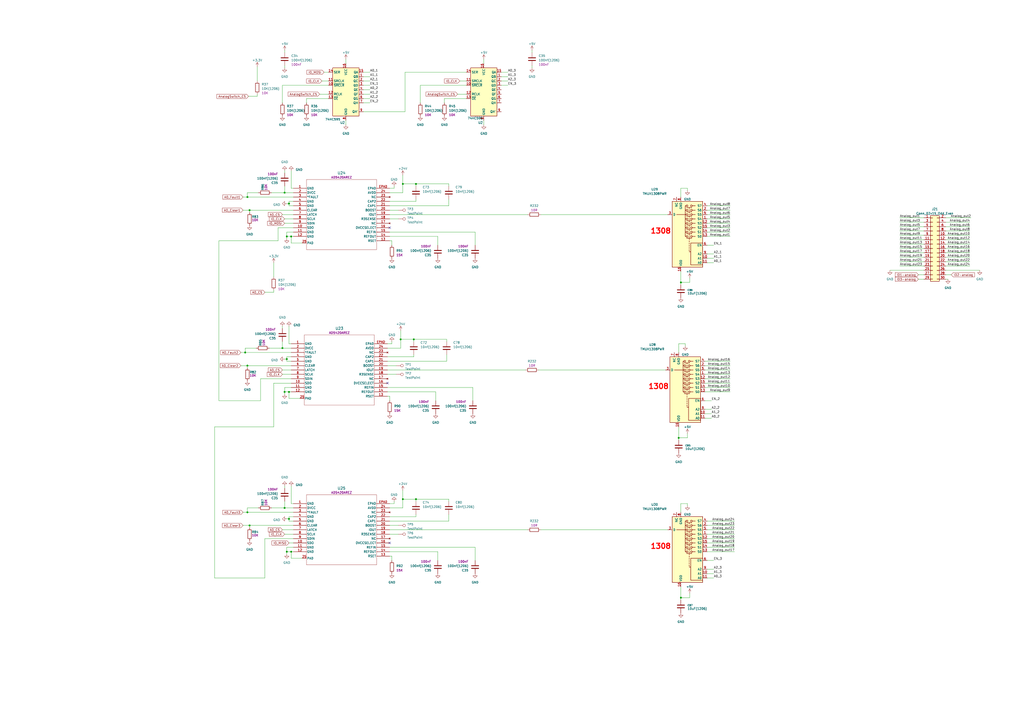
<source format=kicad_sch>
(kicad_sch (version 20230121) (generator eeschema)
  (paper "A2")
  (junction (at 165.1 294.64))
  (junction (at 168.91 320.04))
  (junction (at 144.78 304.8))
  (junction (at 167.64 227.33))
  (junction (at 168.91 137.16))
  (junction (at 167.64 118.11))
  (junction (at 166.37 137.16))
  (junction (at 241.3 289.56))
  (junction (at 240.03 196.85))
  (junction (at 165.1 227.33))
  (junction (at 167.64 300.99))
  (junction (at 163.83 201.93))
  (junction (at 232.41 196.85))
  (junction (at 143.51 297.18))
  (junction (at 233.68 289.56))
  (junction (at 165.1 111.76))
  (junction (at 233.68 106.68))
  (junction (at 143.51 212.09))
  (junction (at 166.37 320.04))
  (junction (at 241.3 106.68))
  (junction (at 393.7 254))
  (junction (at 394.97 163.83))
  (junction (at 143.51 114.3))
  (junction (at 394.97 346.71))
  (junction (at 166.37 208.28))
  (junction (at 144.78 121.92))
  (junction (at 142.24 204.47))
  (no_connect (at 226.06 314.96))
  (no_connect (at 226.06 132.08))
  (no_connect (at 224.79 222.25))
  (wire (pts (xy 241.3 106.68) (xy 233.68 106.68)))
  (wire (pts (xy 275.59 134.62) (xy 226.06 134.62)))
  (wire (pts (xy 548.64 144.145) (xy 562.61 144.145)))
  (wire (pts (xy 163.83 217.17) (xy 168.91 217.17)))
  (wire (pts (xy 408.94 232.41) (xy 412.75 232.41)))
  (wire (pts (xy 157.48 111.76) (xy 165.1 111.76)))
  (wire (pts (xy 254 137.16) (xy 254 142.24)))
  (wire (pts (xy 260.35 302.26) (xy 260.35 298.45)))
  (wire (pts (xy 260.35 290.83) (xy 260.35 289.56)))
  (wire (pts (xy 167.64 189.23) (xy 167.64 199.39)))
  (wire (pts (xy 166.37 208.28) (xy 166.37 207.01)))
  (wire (pts (xy 170.18 302.26) (xy 167.64 302.26)))
  (wire (pts (xy 227.33 198.12) (xy 227.33 199.39)))
  (wire (pts (xy 210.82 52.07) (xy 214.63 52.07)))
  (wire (pts (xy 168.91 227.33) (xy 167.64 227.33)))
  (wire (pts (xy 228.6 292.1) (xy 226.06 292.1)))
  (wire (pts (xy 241.3 289.56) (xy 241.3 290.83)))
  (wire (pts (xy 548.64 139.065) (xy 562.61 139.065)))
  (wire (pts (xy 165.1 224.79) (xy 165.1 227.33)))
  (wire (pts (xy 153.67 335.28) (xy 124.46 335.28)))
  (wire (pts (xy 548.64 141.605) (xy 562.61 141.605)))
  (wire (pts (xy 312.42 214.63) (xy 386.08 214.63)))
  (wire (pts (xy 165.1 100.33) (xy 165.1 99.06)))
  (wire (pts (xy 173.99 231.14) (xy 167.64 231.14)))
  (wire (pts (xy 521.97 128.905) (xy 535.94 128.905)))
  (wire (pts (xy 410.21 330.2) (xy 414.02 330.2)))
  (wire (pts (xy 161.29 132.08) (xy 161.29 139.7)))
  (wire (pts (xy 408.94 219.71) (xy 423.545 219.71)))
  (wire (pts (xy 400.05 346.71) (xy 394.97 346.71)))
  (wire (pts (xy 165.1 107.95) (xy 165.1 111.76)))
  (wire (pts (xy 408.94 209.55) (xy 423.545 209.55)))
  (wire (pts (xy 257.81 57.15) (xy 257.81 59.69)))
  (wire (pts (xy 200.66 34.29) (xy 200.66 36.83)))
  (wire (pts (xy 149.225 55.88) (xy 144.145 55.88)))
  (wire (pts (xy 143.51 297.18) (xy 170.18 297.18)))
  (wire (pts (xy 408.94 242.57) (xy 412.75 242.57)))
  (wire (pts (xy 290.83 41.91) (xy 294.64 41.91)))
  (wire (pts (xy 394.97 163.83) (xy 394.97 157.48)))
  (wire (pts (xy 227.33 199.39) (xy 224.79 199.39)))
  (wire (pts (xy 163.83 307.34) (xy 170.18 307.34)))
  (wire (pts (xy 186.69 46.99) (xy 190.5 46.99)))
  (wire (pts (xy 144.78 121.92) (xy 144.78 123.19)))
  (wire (pts (xy 548.64 136.525) (xy 562.61 136.525)))
  (wire (pts (xy 393.7 255.27) (xy 393.7 254)))
  (wire (pts (xy 143.51 111.76) (xy 143.51 114.3)))
  (wire (pts (xy 398.78 109.22) (xy 394.97 109.22)))
  (wire (pts (xy 410.21 304.8) (xy 426.085 304.8)))
  (wire (pts (xy 143.51 111.76) (xy 149.86 111.76)))
  (wire (pts (xy 200.66 69.85) (xy 200.66 72.39)))
  (wire (pts (xy 168.91 323.85) (xy 168.91 320.04)))
  (wire (pts (xy 170.18 317.5) (xy 166.37 317.5)))
  (wire (pts (xy 410.21 335.28) (xy 414.02 335.28)))
  (wire (pts (xy 163.83 190.5) (xy 163.83 189.23)))
  (wire (pts (xy 167.64 300.99) (xy 166.37 300.99)))
  (wire (pts (xy 170.18 320.04) (xy 168.91 320.04)))
  (wire (pts (xy 410.21 312.42) (xy 426.085 312.42)))
  (wire (pts (xy 139.7 212.09) (xy 143.51 212.09)))
  (wire (pts (xy 224.79 227.33) (xy 252.73 227.33)))
  (wire (pts (xy 165.1 309.88) (xy 170.18 309.88)))
  (wire (pts (xy 532.765 159.385) (xy 535.94 159.385)))
  (wire (pts (xy 240.03 196.85) (xy 240.03 198.12)))
  (wire (pts (xy 397.51 199.39) (xy 393.7 199.39)))
  (wire (pts (xy 153.67 312.42) (xy 170.18 312.42)))
  (wire (pts (xy 232.41 196.85) (xy 232.41 201.93)))
  (wire (pts (xy 168.91 320.04) (xy 166.37 320.04)))
  (wire (pts (xy 410.21 307.34) (xy 426.085 307.34)))
  (wire (pts (xy 410.21 119.38) (xy 423.545 119.38)))
  (wire (pts (xy 210.82 46.99) (xy 214.63 46.99)))
  (wire (pts (xy 158.75 168.275) (xy 158.75 169.545)))
  (wire (pts (xy 190.5 41.91) (xy 187.96 41.91)))
  (wire (pts (xy 241.3 115.57) (xy 241.3 116.84)))
  (wire (pts (xy 168.91 99.06) (xy 168.91 109.22)))
  (wire (pts (xy 233.68 294.64) (xy 226.06 294.64)))
  (wire (pts (xy 210.82 44.45) (xy 214.63 44.45)))
  (wire (pts (xy 163.83 201.93) (xy 168.91 201.93)))
  (wire (pts (xy 124.46 247.65) (xy 158.75 247.65)))
  (wire (pts (xy 408.94 227.33) (xy 423.545 227.33)))
  (wire (pts (xy 274.32 224.79) (xy 224.79 224.79)))
  (wire (pts (xy 175.26 323.85) (xy 168.91 323.85)))
  (wire (pts (xy 149.225 38.735) (xy 149.225 46.99)))
  (wire (pts (xy 241.3 299.72) (xy 226.06 299.72)))
  (wire (pts (xy 290.83 44.45) (xy 294.64 44.45)))
  (wire (pts (xy 233.68 289.56) (xy 233.68 294.64)))
  (wire (pts (xy 548.64 128.905) (xy 562.61 128.905)))
  (wire (pts (xy 224.79 212.09) (xy 229.87 212.09)))
  (wire (pts (xy 548.64 161.925) (xy 549.91 161.925)))
  (wire (pts (xy 168.91 207.01) (xy 166.37 207.01)))
  (wire (pts (xy 240.03 207.01) (xy 224.79 207.01)))
  (wire (pts (xy 521.97 141.605) (xy 535.94 141.605)))
  (wire (pts (xy 548.64 146.685) (xy 562.61 146.685)))
  (wire (pts (xy 252.73 227.33) (xy 252.73 232.41)))
  (wire (pts (xy 410.21 132.08) (xy 423.545 132.08)))
  (wire (pts (xy 548.64 126.365) (xy 563.245 126.365)))
  (wire (pts (xy 165.1 38.1) (xy 165.1 39.37)))
  (wire (pts (xy 170.18 134.62) (xy 166.37 134.62)))
  (wire (pts (xy 408.94 240.03) (xy 412.75 240.03)))
  (wire (pts (xy 224.79 217.17) (xy 229.87 217.17)))
  (wire (pts (xy 398.78 293.37) (xy 398.78 292.1)))
  (wire (pts (xy 226.06 320.04) (xy 254 320.04)))
  (wire (pts (xy 400.05 163.83) (xy 394.97 163.83)))
  (wire (pts (xy 165.1 227.33) (xy 165.1 228.6)))
  (wire (pts (xy 166.37 134.62) (xy 166.37 137.16)))
  (wire (pts (xy 166.37 208.28) (xy 165.1 208.28)))
  (wire (pts (xy 158.75 169.545) (xy 153.67 169.545)))
  (wire (pts (xy 243.84 49.53) (xy 243.84 59.69)))
  (wire (pts (xy 516.255 156.845) (xy 535.94 156.845)))
  (wire (pts (xy 290.83 46.99) (xy 294.64 46.99)))
  (wire (pts (xy 170.18 132.08) (xy 161.29 132.08)))
  (wire (pts (xy 398.78 254) (xy 393.7 254)))
  (wire (pts (xy 521.97 146.685) (xy 535.94 146.685)))
  (wire (pts (xy 151.13 232.41) (xy 151.13 219.71)))
  (wire (pts (xy 166.37 320.04) (xy 166.37 321.31)))
  (wire (pts (xy 233.68 111.76) (xy 226.06 111.76)))
  (wire (pts (xy 161.29 139.7) (xy 127 139.7)))
  (wire (pts (xy 165.1 290.83) (xy 165.1 294.64)))
  (wire (pts (xy 398.78 110.49) (xy 398.78 109.22)))
  (wire (pts (xy 410.21 134.62) (xy 423.545 134.62)))
  (wire (pts (xy 210.82 59.69) (xy 214.63 59.69)))
  (wire (pts (xy 167.64 314.96) (xy 170.18 314.96)))
  (wire (pts (xy 394.97 109.22) (xy 394.97 114.3)))
  (wire (pts (xy 167.64 118.11) (xy 167.64 116.84)))
  (wire (pts (xy 158.75 152.4) (xy 158.75 160.655)))
  (wire (pts (xy 177.8 57.15) (xy 177.8 59.69)))
  (wire (pts (xy 408.94 217.17) (xy 423.545 217.17)))
  (wire (pts (xy 167.64 300.99) (xy 167.64 299.72)))
  (wire (pts (xy 408.94 214.63) (xy 423.545 214.63)))
  (wire (pts (xy 410.21 314.96) (xy 426.085 314.96)))
  (wire (pts (xy 144.78 121.92) (xy 170.18 121.92)))
  (wire (pts (xy 241.3 106.68) (xy 241.3 107.95)))
  (wire (pts (xy 275.59 134.62) (xy 275.59 142.24)))
  (wire (pts (xy 143.51 294.64) (xy 149.86 294.64)))
  (wire (pts (xy 548.64 156.845) (xy 568.325 156.845)))
  (wire (pts (xy 167.64 231.14) (xy 167.64 227.33)))
  (wire (pts (xy 170.18 116.84) (xy 167.64 116.84)))
  (wire (pts (xy 521.97 151.765) (xy 535.94 151.765)))
  (wire (pts (xy 308.61 38.1) (xy 308.61 39.37)))
  (wire (pts (xy 226.06 229.87) (xy 224.79 229.87)))
  (wire (pts (xy 165.1 129.54) (xy 170.18 129.54)))
  (wire (pts (xy 410.21 121.92) (xy 423.545 121.92)))
  (wire (pts (xy 165.1 294.64) (xy 170.18 294.64)))
  (wire (pts (xy 175.26 140.97) (xy 168.91 140.97)))
  (wire (pts (xy 233.68 106.68) (xy 233.68 111.76)))
  (wire (pts (xy 165.1 283.21) (xy 165.1 281.94)))
  (wire (pts (xy 259.08 209.55) (xy 259.08 205.74)))
  (wire (pts (xy 548.64 131.445) (xy 562.61 131.445)))
  (wire (pts (xy 170.18 119.38) (xy 167.64 119.38)))
  (wire (pts (xy 290.83 49.53) (xy 294.64 49.53)))
  (wire (pts (xy 548.64 133.985) (xy 562.61 133.985)))
  (wire (pts (xy 275.59 317.5) (xy 226.06 317.5)))
  (wire (pts (xy 410.21 137.16) (xy 423.545 137.16)))
  (wire (pts (xy 259.08 196.85) (xy 240.03 196.85)))
  (wire (pts (xy 168.91 292.1) (xy 170.18 292.1)))
  (wire (pts (xy 260.35 106.68) (xy 241.3 106.68)))
  (wire (pts (xy 227.33 325.12) (xy 227.33 322.58)))
  (wire (pts (xy 393.7 254) (xy 393.7 247.65)))
  (wire (pts (xy 167.64 199.39) (xy 168.91 199.39)))
  (wire (pts (xy 142.24 201.93) (xy 148.59 201.93)))
  (wire (pts (xy 190.5 57.15) (xy 177.8 57.15)))
  (wire (pts (xy 142.24 201.93) (xy 142.24 204.47)))
  (wire (pts (xy 143.51 212.09) (xy 143.51 213.36)))
  (wire (pts (xy 410.21 127) (xy 423.545 127)))
  (wire (pts (xy 232.41 191.77) (xy 232.41 196.85)))
  (wire (pts (xy 234.95 64.77) (xy 210.82 64.77)))
  (wire (pts (xy 226.06 121.92) (xy 231.14 121.92)))
  (wire (pts (xy 226.06 304.8) (xy 231.14 304.8)))
  (wire (pts (xy 270.51 57.15) (xy 257.81 57.15)))
  (wire (pts (xy 163.83 49.53) (xy 163.83 59.69)))
  (wire (pts (xy 168.91 137.16) (xy 166.37 137.16)))
  (wire (pts (xy 548.64 154.305) (xy 562.61 154.305)))
  (wire (pts (xy 163.83 214.63) (xy 168.91 214.63)))
  (wire (pts (xy 139.7 204.47) (xy 142.24 204.47)))
  (wire (pts (xy 521.97 133.985) (xy 535.94 133.985)))
  (wire (pts (xy 226.06 137.16) (xy 254 137.16)))
  (wire (pts (xy 240.03 196.85) (xy 232.41 196.85)))
  (wire (pts (xy 266.7 46.99) (xy 270.51 46.99)))
  (wire (pts (xy 165.1 111.76) (xy 170.18 111.76)))
  (wire (pts (xy 308.61 29.21) (xy 308.61 30.48)))
  (wire (pts (xy 410.21 317.5) (xy 426.085 317.5)))
  (wire (pts (xy 400.05 161.29) (xy 400.05 163.83)))
  (wire (pts (xy 408.94 222.25) (xy 423.545 222.25)))
  (wire (pts (xy 397.51 200.66) (xy 397.51 199.39)))
  (wire (pts (xy 227.33 139.7) (xy 226.06 139.7)))
  (wire (pts (xy 410.21 332.74) (xy 414.02 332.74)))
  (wire (pts (xy 410.21 320.04) (xy 426.085 320.04)))
  (wire (pts (xy 241.3 289.56) (xy 233.68 289.56)))
  (wire (pts (xy 140.97 297.18) (xy 143.51 297.18)))
  (wire (pts (xy 227.33 322.58) (xy 226.06 322.58)))
  (wire (pts (xy 168.91 209.55) (xy 166.37 209.55)))
  (wire (pts (xy 210.82 57.15) (xy 214.63 57.15)))
  (wire (pts (xy 210.82 49.53) (xy 214.63 49.53)))
  (wire (pts (xy 143.51 114.3) (xy 170.18 114.3)))
  (wire (pts (xy 166.37 209.55) (xy 166.37 208.28)))
  (wire (pts (xy 163.83 49.53) (xy 190.5 49.53)))
  (wire (pts (xy 144.78 304.8) (xy 170.18 304.8)))
  (wire (pts (xy 394.97 347.98) (xy 394.97 346.71)))
  (wire (pts (xy 313.69 307.34) (xy 387.35 307.34)))
  (wire (pts (xy 275.59 317.5) (xy 275.59 325.12)))
  (wire (pts (xy 521.97 131.445) (xy 535.94 131.445)))
  (wire (pts (xy 163.83 124.46) (xy 170.18 124.46)))
  (wire (pts (xy 143.51 294.64) (xy 143.51 297.18)))
  (wire (pts (xy 548.64 159.385) (xy 551.815 159.385)))
  (wire (pts (xy 410.21 147.32) (xy 414.02 147.32)))
  (wire (pts (xy 143.51 212.09) (xy 168.91 212.09)))
  (wire (pts (xy 398.78 292.1) (xy 394.97 292.1)))
  (wire (pts (xy 260.35 289.56) (xy 241.3 289.56)))
  (wire (pts (xy 170.18 137.16) (xy 168.91 137.16)))
  (wire (pts (xy 254 320.04) (xy 254 325.12)))
  (wire (pts (xy 265.43 54.61) (xy 270.51 54.61)))
  (wire (pts (xy 532.765 161.925) (xy 535.94 161.925)))
  (wire (pts (xy 259.08 198.12) (xy 259.08 196.85)))
  (wire (pts (xy 394.97 346.71) (xy 394.97 340.36)))
  (wire (pts (xy 226.06 127) (xy 231.14 127)))
  (wire (pts (xy 163.83 198.12) (xy 163.83 201.93)))
  (wire (pts (xy 228.6 290.83) (xy 228.6 292.1)))
  (wire (pts (xy 410.21 152.4) (xy 414.02 152.4)))
  (wire (pts (xy 260.35 119.38) (xy 260.35 115.57)))
  (wire (pts (xy 408.94 237.49) (xy 412.75 237.49)))
  (wire (pts (xy 400.05 344.17) (xy 400.05 346.71)))
  (wire (pts (xy 241.3 298.45) (xy 241.3 299.72)))
  (wire (pts (xy 142.24 204.47) (xy 168.91 204.47)))
  (wire (pts (xy 165.1 127) (xy 170.18 127)))
  (wire (pts (xy 158.75 222.25) (xy 168.91 222.25)))
  (wire (pts (xy 168.91 140.97) (xy 168.91 137.16)))
  (wire (pts (xy 274.32 224.79) (xy 274.32 232.41)))
  (wire (pts (xy 234.95 41.91) (xy 270.51 41.91)))
  (wire (pts (xy 521.97 136.525) (xy 535.94 136.525)))
  (wire (pts (xy 233.68 101.6) (xy 233.68 106.68)))
  (wire (pts (xy 228.6 109.22) (xy 226.06 109.22)))
  (wire (pts (xy 521.97 139.065) (xy 535.94 139.065)))
  (wire (pts (xy 394.97 165.1) (xy 394.97 163.83)))
  (wire (pts (xy 408.94 224.79) (xy 423.545 224.79)))
  (wire (pts (xy 167.64 227.33) (xy 165.1 227.33)))
  (wire (pts (xy 233.68 284.48) (xy 233.68 289.56)))
  (wire (pts (xy 149.225 54.61) (xy 149.225 55.88)))
  (wire (pts (xy 165.1 29.21) (xy 165.1 30.48)))
  (wire (pts (xy 168.91 109.22) (xy 170.18 109.22)))
  (wire (pts (xy 234.95 41.91) (xy 234.95 64.77)))
  (wire (pts (xy 140.97 121.92) (xy 144.78 121.92)))
  (wire (pts (xy 167.64 302.26) (xy 167.64 300.99)))
  (wire (pts (xy 410.21 129.54) (xy 423.545 129.54)))
  (wire (pts (xy 166.37 137.16) (xy 166.37 138.43)))
  (wire (pts (xy 521.97 144.145) (xy 535.94 144.145)))
  (wire (pts (xy 151.13 219.71) (xy 168.91 219.71)))
  (wire (pts (xy 280.67 69.85) (xy 280.67 72.39)))
  (wire (pts (xy 156.21 201.93) (xy 163.83 201.93)))
  (wire (pts (xy 153.67 312.42) (xy 153.67 335.28)))
  (wire (pts (xy 226.06 119.38) (xy 260.35 119.38)))
  (wire (pts (xy 232.41 201.93) (xy 224.79 201.93)))
  (wire (pts (xy 410.21 325.12) (xy 414.02 325.12)))
  (wire (pts (xy 260.35 107.95) (xy 260.35 106.68)))
  (wire (pts (xy 157.48 294.64) (xy 165.1 294.64)))
  (wire (pts (xy 410.21 149.86) (xy 414.02 149.86)))
  (wire (pts (xy 185.42 54.61) (xy 190.5 54.61)))
  (wire (pts (xy 410.21 142.24) (xy 414.02 142.24)))
  (wire (pts (xy 243.84 49.53) (xy 270.51 49.53)))
  (wire (pts (xy 240.03 205.74) (xy 240.03 207.01)))
  (wire (pts (xy 394.97 292.1) (xy 394.97 297.18)))
  (wire (pts (xy 280.67 34.29) (xy 280.67 36.83)))
  (wire (pts (xy 166.37 317.5) (xy 166.37 320.04)))
  (wire (pts (xy 228.6 107.95) (xy 228.6 109.22)))
  (wire (pts (xy 127 232.41) (xy 151.13 232.41)))
  (wire (pts (xy 226.06 124.46) (xy 306.07 124.46)))
  (wire (pts (xy 127 139.7) (xy 127 232.41)))
  (wire (pts (xy 144.78 304.8) (xy 144.78 306.07)))
  (wire (pts (xy 521.97 126.365) (xy 535.94 126.365)))
  (wire (pts (xy 226.06 309.88) (xy 231.14 309.88)))
  (wire (pts (xy 140.97 114.3) (xy 143.51 114.3)))
  (wire (pts (xy 140.97 304.8) (xy 144.78 304.8)))
  (wire (pts (xy 410.21 124.46) (xy 423.545 124.46)))
  (wire (pts (xy 224.79 209.55) (xy 259.08 209.55)))
  (wire (pts (xy 408.94 212.09) (xy 423.545 212.09)))
  (wire (pts (xy 210.82 54.61) (xy 214.63 54.61)))
  (wire (pts (xy 167.64 119.38) (xy 167.64 118.11)))
  (wire (pts (xy 168.91 224.79) (xy 165.1 224.79)))
  (wire (pts (xy 241.3 116.84) (xy 226.06 116.84)))
  (wire (pts (xy 226.06 232.41) (xy 226.06 229.87)))
  (wire (pts (xy 393.7 199.39) (xy 393.7 204.47)))
  (wire (pts (xy 124.46 335.28) (xy 124.46 247.65)))
  (wire (pts (xy 167.64 118.11) (xy 166.37 118.11)))
  (wire (pts (xy 548.64 149.225) (xy 562.61 149.225)))
  (wire (pts (xy 210.82 41.91) (xy 214.63 41.91)))
  (wire (pts (xy 224.79 214.63) (xy 304.8 214.63)))
  (wire (pts (xy 521.97 154.305) (xy 535.94 154.305)))
  (wire (pts (xy 170.18 299.72) (xy 167.64 299.72)))
  (wire (pts (xy 168.91 281.94) (xy 168.91 292.1)))
  (wire (pts (xy 410.21 302.26) (xy 426.085 302.26)))
  (wire (pts (xy 548.64 151.765) (xy 562.61 151.765)))
  (wire (pts (xy 158.75 247.65) (xy 158.75 222.25)))
  (wire (pts (xy 313.69 124.46) (xy 387.35 124.46)))
  (wire (pts (xy 227.33 142.24) (xy 227.33 139.7)))
  (wire (pts (xy 226.06 307.34) (xy 306.07 307.34)))
  (wire (pts (xy 398.78 251.46) (xy 398.78 254)))
  (wire (pts (xy 226.06 302.26) (xy 260.35 302.26)))
  (wire (pts (xy 410.21 309.88) (xy 426.085 309.88)))
  (wire (pts (xy 521.97 149.225) (xy 535.94 149.225)))
  (text "\n1308" (at 377.19 318.77 0) (effects (font (size 3 3) (thickness 0.6) bold) (justify left bottom)))
  (text "\n1308" (at 377.19 135.89 0) (effects (font (size 3 3) (thickness 0.6) bold) (justify left bottom)))
  (text "\n1308" (at 375.92 226.06 0) (effects (font (size 3 3) (thickness 0.6) bold) (justify left bottom)))
  (label "Analog_out12" (at 423.545 219.71 180))
  (label "Analog_out7" (at 423.545 121.92 180))
  (label "Analog_out3" (at 423.545 132.08 180))
  (label "Analog_out20" (at 562.61 149.225 180))
  (label "Analog_out17" (at 426.085 320.04 180))
  (label "Analog_out9" (at 521.97 136.525 0))
  (label "A0_2" (at 214.63 52.07 0))
  (label "Analog_out11" (at 423.545 222.25 180))
  (label "Analog_out18" (at 562.61 146.685 180))
  (label "A0_1" (at 414.02 152.4 0))
  (label "A1_2" (at 412.75 240.03 0))
  (label "EN_1" (at 414.02 142.24 0))
  (label "A0_2" (at 412.75 242.57 0))
  (label "Analog_out5" (at 423.545 127 180))
  (label "Analog_out5" (at 521.97 131.445 0))
  (label "Analog_out15" (at 423.545 212.09 180))
  (label "Analog_out22" (at 426.085 307.34 180))
  (label "Analog_out18" (at 426.085 317.5 180))
  (label "A0_3" (at 294.64 41.91 0))
  (label "Analog_out1" (at 521.97 126.365 0))
  (label "A1_3" (at 414.02 332.74 0))
  (label "Analog_out16" (at 423.545 209.55 180))
  (label "A0_3" (at 414.02 335.28 0))
  (label "Analog_out10" (at 562.61 136.525 180))
  (label "Analog_out14" (at 562.61 141.605 180))
  (label "Analog_out22" (at 562.61 151.765 180))
  (label "A2_3" (at 414.02 330.2 0))
  (label "Analog_out6" (at 423.545 124.46 180))
  (label "Analog_out17" (at 521.97 146.685 0))
  (label "Analog_out24" (at 562.61 154.305 180))
  (label "EN_3" (at 294.64 49.53 0))
  (label "Analog_out13" (at 423.545 217.17 180))
  (label "Analog_out1" (at 423.545 137.16 180))
  (label "Analog_out14" (at 423.545 214.63 180))
  (label "Analog_out21" (at 426.085 309.88 180))
  (label "Analog_out12" (at 562.61 139.065 180))
  (label "Analog_out11" (at 521.97 139.065 0))
  (label "EN_3" (at 414.02 325.12 0))
  (label "Analog_out21" (at 521.97 151.765 0))
  (label "Analog_out8" (at 423.545 119.38 180))
  (label "A2_1" (at 214.63 46.99 0))
  (label "Analog_out20" (at 426.085 312.42 180))
  (label "Analog_out3" (at 521.97 128.905 0))
  (label "Analog_out2" (at 423.545 134.62 180))
  (label "Analog_out4" (at 562.61 128.905 180))
  (label "A1_3" (at 294.64 44.45 0))
  (label "Analog_out10" (at 423.545 224.79 180))
  (label "Analog_out7" (at 521.97 133.985 0))
  (label "A2_2" (at 214.63 57.15 0))
  (label "A2_1" (at 414.02 147.32 0))
  (label "A2_2" (at 412.75 237.49 0))
  (label "A2_3" (at 294.64 46.99 0))
  (label "Analog_out2" (at 563.245 126.365 180))
  (label "Analog_out13" (at 521.97 141.605 0))
  (label "Analog_out19" (at 426.085 314.96 180))
  (label "Analog_out16" (at 562.61 144.145 180))
  (label "Analog_out6" (at 562.61 131.445 180))
  (label "Analog_out15" (at 521.97 144.145 0))
  (label "A1_2" (at 214.63 54.61 0))
  (label "Analog_out8" (at 562.61 133.985 180))
  (label "Analog_out24" (at 426.085 302.26 180))
  (label "Analog_out23" (at 521.97 154.305 0))
  (label "Analog_out4" (at 423.545 129.54 180))
  (label "Analog_out23" (at 426.085 304.8 180))
  (label "EN_1" (at 214.63 49.53 0))
  (label "EN_2" (at 214.63 59.69 0))
  (label "A1_1" (at 414.02 149.86 0))
  (label "Analog_out9" (at 423.545 227.33 180))
  (label "A1_1" (at 214.63 44.45 0))
  (label "Analog_out19" (at 521.97 149.225 0))
  (label "EN_2" (at 412.75 232.41 0))
  (label "A0_1" (at 214.63 41.91 0))
  (global_label "AO_Clear2" (shape input) (at 139.7 212.09 180) (property "Intersheetrefs" "${INTERSHEET_REFS}" (effects hide)))
  (global_label "IO_MOSI" (shape input) (at 187.96 41.91 180) (property "Intersheetrefs" "${INTERSHEET_REFS}" (effects hide)))
  (global_label "AO_Fault3" (shape input) (at 140.97 297.18 180) (property "Intersheetrefs" "${INTERSHEET_REFS}" (effects hide)))
  (global_label "ID1-analog" (shape input) (at 532.765 159.385 180) (property "Intersheetrefs" "${INTERSHEET_REFS}" (effects hide)))
  (global_label "AO_CS" (shape input) (at 163.83 307.34 180) (property "Intersheetrefs" "${INTERSHEET_REFS}" (effects hide)))
  (global_label "IO_CLK" (shape input) (at 266.7 46.99 180) (property "Intersheetrefs" "${INTERSHEET_REFS}" (effects hide)))
  (global_label "IO_CLK" (shape input) (at 186.69 46.99 180) (property "Intersheetrefs" "${INTERSHEET_REFS}" (effects hide)))
  (global_label "AO_Fault2" (shape input) (at 139.7 204.47 180) (property "Intersheetrefs" "${INTERSHEET_REFS}" (effects hide)))
  (global_label "ID2-analog" (shape input) (at 551.815 159.385 0) (property "Intersheetrefs" "${INTERSHEET_REFS}" (effects hide)))
  (global_label "AnalogSwitch_CS" (shape input) (at 144.145 55.88 180) (property "Intersheetrefs" "${INTERSHEET_REFS}" (effects hide)))
  (global_label "IO_MISO" (shape input) (at 167.64 314.96 180) (property "Intersheetrefs" "${INTERSHEET_REFS}" (effects hide)))
  (global_label "IO_CLK" (shape input) (at 165.1 127 180) (property "Intersheetrefs" "${INTERSHEET_REFS}" (effects hide)))
  (global_label "ID3-analog" (shape input) (at 532.765 161.925 180) (property "Intersheetrefs" "${INTERSHEET_REFS}" (effects hide)))
  (global_label "AO_CS" (shape input) (at 163.83 214.63 180) (property "Intersheetrefs" "${INTERSHEET_REFS}" (effects hide)))
  (global_label "IO_MOSI" (shape input) (at 165.1 129.54 180) (property "Intersheetrefs" "${INTERSHEET_REFS}" (effects hide)))
  (global_label "AO_Clear3" (shape input) (at 140.97 304.8 180) (property "Intersheetrefs" "${INTERSHEET_REFS}" (effects hide)))
  (global_label "AO_Fault1" (shape input) (at 140.97 114.3 180) (property "Intersheetrefs" "${INTERSHEET_REFS}" (effects hide)))
  (global_label "AO_CS" (shape input) (at 153.67 169.545 180) (property "Intersheetrefs" "${INTERSHEET_REFS}" (effects hide)))
  (global_label "IO_CLK" (shape input) (at 163.83 217.17 180) (property "Intersheetrefs" "${INTERSHEET_REFS}" (effects hide)))
  (global_label "AnalogSwitch_CS" (shape input) (at 185.42 54.61 180) (property "Intersheetrefs" "${INTERSHEET_REFS}" (effects hide)))
  (global_label "AO_CS" (shape input) (at 163.83 124.46 180) (property "Intersheetrefs" "${INTERSHEET_REFS}" (effects hide)))
  (global_label "AnalogSwitch_CS" (shape input) (at 265.43 54.61 180) (property "Intersheetrefs" "${INTERSHEET_REFS}" (effects hide)))
  (global_label "AO_Clear1" (shape input) (at 140.97 121.92 180) (property "Intersheetrefs" "${INTERSHEET_REFS}" (effects hide)))
  (global_label "IO_CLK" (shape input) (at 165.1 309.88 180) (property "Intersheetrefs" "${INTERSHEET_REFS}" (effects hide)))
  (symbol (lib_id "power:GND") (at 177.8 67.31 0) (unit 1)
    (property "Reference" "#PWR090" (effects hide))
    (property "Value" "GND" (at 177.8 72.39 0))
    (instances (project "tester" (path "" (reference "#PWR090") (unit 1)) (path "" (reference "#PWR0267") (unit 1))))
  )
  (symbol (lib_id "MLC_K7:10R(1206)") (at 308.61 214.63 90) (unit 1)
    (property "Reference" "R232" (at 308.61 209.55 90))
    (property "Value" "10R(1206)" (effects hide))
    (property "Footprint" "Resistor_SMD:R_1206_3216Metric_Pad1.30x1.75mm_HandSolder" (effects hide))
    (property "Datasheet" "${KIGIT}/Datasheets/RN73R-1840156.pdf" (effects hide))
    (property "MLC Code" "MLCEL12238389" (effects hide))
    (property "Manufacturer" "KOA Speer Electronics, Inc." (effects hide))
    (property "MPN" "RN73R2BTTD10r0F25" (effects hide))
    (property "Main Value" "10R" (at 308.61 212.09 90))
    (instances (project "tester" (path "" (reference "R232") (unit 1)) (path "" (reference "R95") (unit 1))))
  )
  (symbol (lib_name "10K(1206)_1") (lib_id "MLC_K7:10K(1206)") (at 153.67 294.64 90) (unit 1)
    (property "Reference" "R87" (at 152.4 293.37 0) (effects (justify left)))
    (property "Value" "10K(1206)" (effects hide))
    (property "Footprint" "Resistor_SMD:R_1206_3216Metric_Pad1.30x1.75mm_HandSolder" (effects hide))
    (property "Datasheet" "${KIGIT}/Datasheets/RN73R-1840156.pdf" (effects hide))
    (property "MLC Code" "MLCEL12237631" (effects hide))
    (property "Manufacturer" "KOA Speer Electronics, Inc." (effects hide))
    (property "MPN" "RN73R2BTTD1002F25" (effects hide))
    (property "Main Value" "10K" (at 154.305 293.37 0) (effects (justify left)))
    (property "Alternative" "RC1206FR-0710KL (YAGEO)" (effects hide))
  )
  (symbol (lib_id "power:+5V") (at 280.67 34.29 0) (unit 1)
    (property "Reference" "#PWR0102" (effects hide))
    (property "Value" "+5V" (at 280.67 30.48 0))
    (instances (project "tester" (path "" (reference "#PWR0102") (unit 1)) (path "" (reference "#PWR0287") (unit 1))))
  )
  (symbol (lib_id "power:+5V") (at 165.1 29.21 0) (unit 1)
    (property "Reference" "#PWR092" (effects hide))
    (property "Value" "+5V" (at 165.1 25.4 0))
    (instances (project "tester" (path "" (reference "#PWR092") (unit 1)) (path "" (reference "#PWR0254") (unit 1))))
  )
  (symbol (lib_id "power:GND") (at 275.59 149.86 0) (unit 1)
    (property "Reference" "#PWR03" (effects hide))
    (property "Value" "GND" (at 275.59 154.94 0))
    (instances (project "tester" (path "" (reference "#PWR03") (unit 1)) (path "" (reference "#PWR010") (unit 1)) (path "" (reference "#PWR0285") (unit 1))))
  )
  (symbol (lib_id "MLC_K7:100nf(1206)") (at 275.59 328.93 180) (unit 1)
    (property "Reference" "C35" (at 271.78 330.835 0) (effects (justify left)))
    (property "Value" "100nf(1206)" (at 271.78 328.295 0) (effects (justify left)))
    (property "Footprint" "Capacitor_SMD:C_1206_3216Metric_Pad1.33x1.80mm_HandSolder" (effects hide))
    (property "Datasheet" "${KIGIT}/Datasheets/mlcc_automotive_soft_en.pdf" (effects hide))
    (property "MLC Code" "MLCEL12237392" (effects hide))
    (property "Manufacturer" "TDK" (effects hide))
    (property "MPN" "CGA5L2X7R2A104K160AE" (effects hide))
    (property "Main Value" "100nF" (at 271.78 325.755 0) (effects (justify left)))
    (instances (project "tester" (path "" (reference "C35") (unit 1)) (path "" (reference "C83") (unit 1))))
  )
  (symbol (lib_id "power:GND") (at 257.81 67.31 0) (unit 1)
    (property "Reference" "#PWR0101" (effects hide))
    (property "Value" "GND" (at 257.81 72.39 0))
    (instances (project "tester" (path "" (reference "#PWR0101") (unit 1)) (path "" (reference "#PWR0283") (unit 1))))
  )
  (symbol (lib_id "MLC_K7:100nf(1206)") (at 308.61 34.29 0) (unit 1)
    (property "Reference" "C35" (at 312.42 32.385 0) (effects (justify left)))
    (property "Value" "100nf(1206)" (at 312.42 34.925 0) (effects (justify left)))
    (property "Footprint" "Capacitor_SMD:C_1206_3216Metric_Pad1.33x1.80mm_HandSolder" (effects hide))
    (property "Datasheet" "${KIGIT}/Datasheets/mlcc_automotive_soft_en.pdf" (effects hide))
    (property "MLC Code" "MLCEL12237392" (effects hide))
    (property "Manufacturer" "TDK" (effects hide))
    (property "MPN" "CGA5L2X7R2A104K160AE" (effects hide))
    (property "Main Value" "100nF" (at 312.42 37.465 0) (effects (justify left)))
    (instances (project "tester" (path "" (reference "C35") (unit 1)) (path "" (reference "C84") (unit 1))))
  )
  (symbol (lib_id "power:GND") (at 165.1 228.6 0) (unit 1)
    (property "Reference" "#PWR03" (effects hide))
    (property "Value" "GND" (at 165.1 233.68 0))
    (instances (project "tester" (path "" (reference "#PWR03") (unit 1)) (path "" (reference "#PWR010") (unit 1)) (path "" (reference "#PWR0258") (unit 1))))
  )
  (symbol (lib_id "Connector:TestPoint") (at 231.14 309.88 270) (unit 1)
    (property "Reference" "TP6" (at 236.22 309.245 90) (effects (justify left)))
    (property "Value" "TestPoint" (at 236.22 311.785 90) (effects (justify left)))
    (property "Footprint" "TestPoint:TestPoint_THTPad_1.0x1.0mm_Drill0.5mm" (effects hide))
  )
  (symbol (lib_id "MLC_K7:10uF(1206)") (at 394.97 351.79 0) (unit 1)
    (property "Reference" "C87" (at 398.78 351.155 0) (effects (font (size 1 1)) (justify left)))
    (property "Value" "10uF(1206)" (at 398.78 353.06 0) (effects (justify left)))
    (property "Footprint" "Capacitor_SMD:C_1206_3216Metric_Pad1.33x1.80mm_HandSolder" (effects hide))
    (property "Datasheet" "${KIGIT}/Datasheets/mlcc_automotive_soft_en.pdf" (effects hide))
    (property "MLC Code" "MLCEL12238450" (effects hide))
    (property "Package" "smd-1206" (effects hide))
    (property "Manufacturer" "TDK" (effects hide))
    (property "MPN" "CGA5L1X7R1H106K160AE" (effects hide))
  )
  (symbol (lib_id "power:GND") (at 227.33 332.74 0) (unit 1)
    (property "Reference" "#PWR03" (effects hide))
    (property "Value" "GND" (at 227.33 337.82 0))
    (instances (project "tester" (path "" (reference "#PWR03") (unit 1)) (path "" (reference "#PWR010") (unit 1)) (path "" (reference "#PWR0273") (unit 1))))
  )
  (symbol (lib_id "Connector_Generic:Conn_02x15_Odd_Even") (at 541.02 144.145 0) (unit 1)
    (property "Reference" "J21" (at 542.29 121.285 0))
    (property "Value" "Conn_02x15_Odd_Even" (at 542.29 123.825 0))
    (property "Footprint" "Connector_PinHeader_2.54mm:PinHeader_2x15_P2.54mm_Vertical" (effects hide))
  )
  (symbol (lib_id "MLC_K7:100nf(1206)") (at 163.83 194.31 180) (unit 1)
    (property "Reference" "C35" (at 160.02 196.215 0) (effects (justify left)))
    (property "Value" "100nf(1206)" (at 160.02 193.675 0) (effects (justify left)))
    (property "Footprint" "Capacitor_SMD:C_1206_3216Metric_Pad1.33x1.80mm_HandSolder" (effects hide))
    (property "Datasheet" "${KIGIT}/Datasheets/mlcc_automotive_soft_en.pdf" (effects hide))
    (property "MLC Code" "MLCEL12237392" (effects hide))
    (property "Manufacturer" "TDK" (effects hide))
    (property "MPN" "CGA5L2X7R2A104K160AE" (effects hide))
    (property "Main Value" "100nF" (at 160.02 191.135 0) (effects (justify left)))
    (instances (project "tester" (path "" (reference "C35") (unit 1)) (path "" (reference "C68") (unit 1))))
  )
  (symbol (lib_id "MLC:10nf(1206)") (at 260.35 294.64 0) (unit 1)
    (property "Reference" "C80" (at 264.16 291.465 0) (effects (justify left)))
    (property "Value" "10nf(1206)" (at 264.16 294.005 0) (effects (justify left)))
    (property "Footprint" "Capacitor_SMD:C_1206_3216Metric_Pad1.33x1.80mm_HandSolder" (effects hide))
    (property "Datasheet" "${KIGIT}/Datasheets/mlcc_automotive_soft_en.pdf" (effects hide))
    (property "MLC" "MLCEL12237605" (effects hide))
    (property "Package" "smd-1206" (effects hide))
    (property "Manufacturer" "TDK" (effects hide))
    (property "MPN" "CGA5H4X7R2J103K115AE" (effects hide))
  )
  (symbol (lib_id "power:GND") (at 166.37 300.99 270) (unit 1)
    (property "Reference" "#PWR03" (effects hide))
    (property "Value" "GND" (at 162.56 301.625 90) (effects (justify right)))
    (instances (project "tester" (path "" (reference "#PWR03") (unit 1)) (path "" (reference "#PWR010") (unit 1)) (path "" (reference "#PWR0262") (unit 1))))
  )
  (symbol (lib_id "power:GND") (at 167.64 189.23 180) (unit 1)
    (property "Reference" "#PWR03" (effects hide))
    (property "Value" "GND" (at 170.18 188.595 0) (effects (justify right)))
    (instances (project "tester" (path "" (reference "#PWR03") (unit 1)) (path "" (reference "#PWR010") (unit 1)) (path "" (reference "#PWR0264") (unit 1))))
  )
  (symbol (lib_id "power:GND") (at 280.67 72.39 0) (unit 1)
    (property "Reference" "#PWR0104" (effects hide))
    (property "Value" "GND" (at 280.67 77.47 0))
    (instances (project "tester" (path "" (reference "#PWR0104") (unit 1)) (path "" (reference "#PWR0288") (unit 1))))
  )
  (symbol (lib_id "MLC_K7:74HC595") (at 280.67 52.07 0) (unit 1)
    (property "Reference" "U2" (at 280.0859 71.12 0) (effects (justify right)))
    (property "Value" "74HC595" (at 280.0859 68.58 0) (effects (justify right)))
    (property "Footprint" "MLC_K7:SO-16_5.3x10.2mm_P1.27mm" (effects hide))
    (property "Datasheet" "${KIGIT}/Datasheets/74HC595D,118-Nexperia.pdf" (effects hide))
    (property "MLC Code" "MLCEL12239869" (effects hide))
    (property "Manufacturer" "Nexperia" (effects hide))
    (property "MPN" "74HC595D" (effects hide))
    (property "Main Value" "74HC595D" (effects hide))
    (instances (project "tester" (path "" (reference "U2") (unit 1)) (path "" (reference "U13") (unit 1)) (path "" (reference "U27") (unit 1))))
  )
  (symbol (lib_id "power:GND") (at 398.78 110.49 0) (unit 1)
    (property "Reference" "#PWR03" (effects hide))
    (property "Value" "GND" (at 398.78 115.57 0))
    (instances (project "tester" (path "" (reference "#PWR03") (unit 1)) (path "" (reference "#PWR010") (unit 1)) (path "" (reference "#PWR0295") (unit 1))))
  )
  (symbol (lib_id "power:GND") (at 254 149.86 0) (unit 1)
    (property "Reference" "#PWR03" (effects hide))
    (property "Value" "GND" (at 254 154.94 0))
    (instances (project "tester" (path "" (reference "#PWR03") (unit 1)) (path "" (reference "#PWR010") (unit 1)) (path "" (reference "#PWR0281") (unit 1))))
  )
  (symbol (lib_id "MLC_K7:10K(1206)") (at 257.81 63.5 0) (unit 1)
    (property "Reference" "R45" (at 260.35 61.595 0) (effects (justify left)))
    (property "Value" "10K(1206)" (at 260.35 64.135 0) (effects (justify left)))
    (property "Footprint" "Resistor_SMD:R_1206_3216Metric_Pad1.30x1.75mm_HandSolder" (effects hide))
    (property "Datasheet" "${KIGIT}/Datasheets/RN73R-1840156.pdf" (effects hide))
    (property "MLC Code" "MLCEL12237631" (effects hide))
    (property "Manufacturer" "KOA Speer Electronics, Inc." (effects hide))
    (property "MPN" "RN73R2BTTD1002F25" (effects hide))
    (property "Main Value" "10K" (at 260.35 66.675 0) (effects (justify left)))
    (instances (project "tester" (path "" (reference "R45") (unit 1)) (path "" (reference "R94") (unit 1))))
  )
  (symbol (lib_id "MLC_K7:100nf(1206)") (at 254 328.93 180) (unit 1)
    (property "Reference" "C35" (at 250.19 330.835 0) (effects (justify left)))
    (property "Value" "100nf(1206)" (at 250.19 328.295 0) (effects (justify left)))
    (property "Footprint" "Capacitor_SMD:C_1206_3216Metric_Pad1.33x1.80mm_HandSolder" (effects hide))
    (property "Datasheet" "${KIGIT}/Datasheets/mlcc_automotive_soft_en.pdf" (effects hide))
    (property "MLC Code" "MLCEL12237392" (effects hide))
    (property "Manufacturer" "TDK" (effects hide))
    (property "MPN" "CGA5L2X7R2A104K160AE" (effects hide))
    (property "Main Value" "100nF" (at 250.19 325.755 0) (effects (justify left)))
    (instances (project "tester" (path "" (reference "C35") (unit 1)) (path "" (reference "C77") (unit 1))))
  )
  (symbol (lib_id "power:GND") (at 394.97 172.72 0) (unit 1)
    (property "Reference" "#PWR03" (effects hide))
    (property "Value" "GND" (at 394.97 177.8 0))
    (instances (project "tester" (path "" (reference "#PWR03") (unit 1)) (path "" (reference "#PWR010") (unit 1)) (path "" (reference "#PWR0292") (unit 1))))
  )
  (symbol (lib_id "power:+5V") (at 200.66 34.29 0) (unit 1)
    (property "Reference" "#PWR089" (effects hide))
    (property "Value" "+5V" (at 200.66 30.48 0))
    (instances (project "tester" (path "" (reference "#PWR089") (unit 1)) (path "" (reference "#PWR0268") (unit 1))))
  )
  (symbol (lib_id "MLC_K7:AD5420AREZ") (at 170.18 292.1 0) (unit 1)
    (property "Reference" "U25" (at 198.12 283.21 0) (effects (font (size 1.524 1.524))))
    (property "Value" "AD5420AREZ" (effects hide))
    (property "Footprint" "Package_SO:HTSSOP-24-1EP_4.4x7.8mm_P0.65mm_EP3.4x7.8mm_Mask2.4x4.68mm_ThermalVias" (effects hide))
    (property "Datasheet" "${KIGIT}/Datasheets/AD5420AREZ-Analog-Devices.pdf" (effects hide))
    (property "MLC code" "MLCEL12240137" (effects hide))
    (property "MPN" "AD5420AREZ" (effects hide))
    (property "Manufacturer" "Analog Device" (effects hide))
    (property "Main Value" "AD5420AREZ" (at 198.12 285.75 0))
  )
  (symbol (lib_id "Connector:TestPoint") (at 229.87 217.17 270) (unit 1)
    (property "Reference" "TP2" (at 234.95 216.535 90) (effects (justify left)))
    (property "Value" "TestPoint" (at 234.95 219.075 90) (effects (justify left)))
    (property "Footprint" "TestPoint:TestPoint_THTPad_1.0x1.0mm_Drill0.5mm" (effects hide))
  )
  (symbol (lib_id "power:GND") (at 275.59 332.74 0) (unit 1)
    (property "Reference" "#PWR03" (effects hide))
    (property "Value" "GND" (at 275.59 337.82 0))
    (instances (project "tester" (path "" (reference "#PWR03") (unit 1)) (path "" (reference "#PWR010") (unit 1)) (path "" (reference "#PWR0286") (unit 1))))
  )
  (symbol (lib_id "power:+24V") (at 232.41 191.77 0) (unit 1)
    (property "Reference" "#PWR0276" (effects hide))
    (property "Value" "+24V" (at 232.41 187.96 0))
  )
  (symbol (lib_id "power:GND") (at 166.37 321.31 0) (unit 1)
    (property "Reference" "#PWR03" (effects hide))
    (property "Value" "GND" (at 166.37 326.39 0))
    (instances (project "tester" (path "" (reference "#PWR03") (unit 1)) (path "" (reference "#PWR010") (unit 1)) (path "" (reference "#PWR0263") (unit 1))))
  )
  (symbol (lib_id "MLC_K7:10K(1206)") (at 158.75 164.465 0) (unit 1)
    (property "Reference" "R37" (at 161.29 162.56 0) (effects (justify left)))
    (property "Value" "10K(1206)" (at 161.29 165.1 0) (effects (justify left)))
    (property "Footprint" "Resistor_SMD:R_1206_3216Metric_Pad1.30x1.75mm_HandSolder" (effects hide))
    (property "Datasheet" "${KIGIT}/Datasheets/RN73R-1840156.pdf" (effects hide))
    (property "MLC Code" "MLCEL12237631" (effects hide))
    (property "Manufacturer" "KOA Speer Electronics, Inc." (effects hide))
    (property "MPN" "RN73R2BTTD1002F25" (effects hide))
    (property "Main Value" "10K" (at 161.29 167.64 0) (effects (justify left)))
    (instances (project "tester" (path "" (reference "R37") (unit 1)) (path "" (reference "R458") (unit 1))))
  )
  (symbol (lib_id "power:GND") (at 308.61 39.37 0) (unit 1)
    (property "Reference" "#PWR0100" (effects hide))
    (property "Value" "GND" (at 308.61 44.45 0))
    (instances (project "tester" (path "" (reference "#PWR0100") (unit 1)) (path "" (reference "#PWR0290") (unit 1))))
  )
  (symbol (lib_id "MLC_K7:74HC595") (at 200.66 52.07 0) (unit 1)
    (property "Reference" "U2" (at 200.0759 71.12 0) (effects (justify right)))
    (property "Value" "74HC595" (at 197.485 69.215 0) (effects (justify right)))
    (property "Footprint" "MLC_K7:SO-16_5.3x10.2mm_P1.27mm" (effects hide))
    (property "Datasheet" "${KIGIT}/Datasheets/74HC595D,118-Nexperia.pdf" (effects hide))
    (property "MLC Code" "MLCEL12239869" (effects hide))
    (property "Manufacturer" "Nexperia" (effects hide))
    (property "MPN" "74HC595D" (effects hide))
    (property "Main Value" "74HC595D" (effects hide))
    (instances (project "tester" (path "" (reference "U2") (unit 1)) (path "" (reference "U2") (unit 1)) (path "" (reference "U26") (unit 1))))
  )
  (symbol (lib_id "MLC_K7:10R(1206)") (at 309.88 124.46 90) (unit 1)
    (property "Reference" "R232" (at 309.88 119.38 90))
    (property "Value" "10R(1206)" (effects hide))
    (property "Footprint" "Resistor_SMD:R_1206_3216Metric_Pad1.30x1.75mm_HandSolder" (effects hide))
    (property "Datasheet" "${KIGIT}/Datasheets/RN73R-1840156.pdf" (effects hide))
    (property "MLC Code" "MLCEL12238389" (effects hide))
    (property "Manufacturer" "KOA Speer Electronics, Inc." (effects hide))
    (property "MPN" "RN73R2BTTD10r0F25" (effects hide))
    (property "Main Value" "10R" (at 309.88 121.92 90))
    (instances (project "tester" (path "" (reference "R232") (unit 1)) (path "" (reference "R96") (unit 1))))
  )
  (symbol (lib_id "power:GND") (at 516.255 156.845 0) (unit 1)
    (property "Reference" "#PWR03" (effects hide))
    (property "Value" "GND" (at 516.255 161.925 0))
    (instances (project "tester" (path "" (reference "#PWR03") (unit 1)) (path "" (reference "#PWR010") (unit 1)) (path "" (reference "#PWR0300") (unit 1))))
  )
  (symbol (lib_id "power:GND") (at 168.91 281.94 180) (unit 1)
    (property "Reference" "#PWR03" (effects hide))
    (property "Value" "GND" (at 171.45 281.305 0) (effects (justify right)))
    (instances (project "tester" (path "" (reference "#PWR03") (unit 1)) (path "" (reference "#PWR010") (unit 1)) (path "" (reference "#PWR0266") (unit 1))))
  )
  (symbol (lib_id "MLC_K7:TMUX1308PW") (at 400.05 317.5 180) (unit 1)
    (property "Reference" "U30" (at 379.73 292.6841 0))
    (property "Value" "TMUX1308PWR" (at 379.73 295.2241 0))
    (property "Footprint" "Package_SO:TSSOP-16_4.4x5mm_P0.65mm" (effects hide))
    (property "Datasheet" "https://www.ti.com/lit/ds/symlink/tmux1108.pdf" (effects hide))
    (property "MPN" "TMUX1308PWR" (effects hide))
    (property "Manufacturer" "Texas Instrument" (effects hide))
    (property "MLC code" "MLCEL12240168" (effects hide))
    (property "Maib Value" "TMUX1308" (effects hide))
  )
  (symbol (lib_id "MLC_K7:100nf(1206)") (at 274.32 236.22 180) (unit 1)
    (property "Reference" "C35" (at 270.51 238.125 0) (effects (justify left)))
    (property "Value" "100nf(1206)" (at 270.51 235.585 0) (effects (justify left)))
    (property "Footprint" "Capacitor_SMD:C_1206_3216Metric_Pad1.33x1.80mm_HandSolder" (effects hide))
    (property "Datasheet" "${KIGIT}/Datasheets/mlcc_automotive_soft_en.pdf" (effects hide))
    (property "MLC Code" "MLCEL12237392" (effects hide))
    (property "Manufacturer" "TDK" (effects hide))
    (property "MPN" "CGA5L2X7R2A104K160AE" (effects hide))
    (property "Main Value" "100nF" (at 270.51 233.045 0) (effects (justify left)))
    (instances (project "tester" (path "" (reference "C35") (unit 1)) (path "" (reference "C81") (unit 1))))
  )
  (symbol (lib_id "power:GND") (at 163.83 189.23 180) (unit 1)
    (property "Reference" "#PWR0100" (effects hide))
    (property "Value" "GND" (at 163.83 184.15 0))
    (instances (project "tester" (path "" (reference "#PWR0100") (unit 1)) (path "" (reference "#PWR0253") (unit 1))))
  )
  (symbol (lib_id "power:GND") (at 243.84 67.31 0) (unit 1)
    (property "Reference" "#PWR096" (effects hide))
    (property "Value" "GND" (at 243.84 72.39 0))
    (instances (project "tester" (path "" (reference "#PWR096") (unit 1)) (path "" (reference "#PWR0279") (unit 1))))
  )
  (symbol (lib_id "MLC_K7:10uF(1206)") (at 394.97 168.91 0) (unit 1)
    (property "Reference" "C86" (at 398.78 168.275 0) (effects (font (size 1 1)) (justify left)))
    (property "Value" "10uF(1206)" (at 398.78 170.18 0) (effects (justify left)))
    (property "Footprint" "Capacitor_SMD:C_1206_3216Metric_Pad1.33x1.80mm_HandSolder" (effects hide))
    (property "Datasheet" "${KIGIT}/Datasheets/mlcc_automotive_soft_en.pdf" (effects hide))
    (property "MLC Code" "MLCEL12238450" (effects hide))
    (property "Package" "smd-1206" (effects hide))
    (property "Manufacturer" "TDK" (effects hide))
    (property "MPN" "CGA5L1X7R1H106K160AE" (effects hide))
  )
  (symbol (lib_id "MLC_K7:AD5420AREZ") (at 170.18 109.22 0) (unit 1)
    (property "Reference" "U24" (at 198.12 100.33 0) (effects (font (size 1.524 1.524))))
    (property "Value" "AD5420AREZ" (effects hide))
    (property "Footprint" "Package_SO:HTSSOP-24-1EP_4.4x7.8mm_P0.65mm_EP3.4x7.8mm_Mask2.4x4.68mm_ThermalVias" (effects hide))
    (property "Datasheet" "${KIGIT}/Datasheets/AD5420AREZ-Analog-Devices.pdf" (effects hide))
    (property "MLC code" "MLCEL12240137" (effects hide))
    (property "MPN" "AD5420AREZ" (effects hide))
    (property "Manufacturer" "Analog Device" (effects hide))
    (property "Main Value" "AD5420AREZ" (at 198.12 102.87 0))
  )
  (symbol (lib_id "Connector:TestPoint") (at 231.14 127 270) (unit 1)
    (property "Reference" "TP4" (at 236.22 126.365 90) (effects (justify left)))
    (property "Value" "TestPoint" (at 236.22 128.905 90) (effects (justify left)))
    (property "Footprint" "TestPoint:TestPoint_THTPad_1.0x1.0mm_Drill0.5mm" (effects hide))
  )
  (symbol (lib_id "power:GND") (at 165.1 39.37 0) (unit 1)
    (property "Reference" "#PWR091" (effects hide))
    (property "Value" "GND" (at 165.1 44.45 0))
    (instances (project "tester" (path "" (reference "#PWR091") (unit 1)) (path "" (reference "#PWR0255") (unit 1))))
  )
  (symbol (lib_id "power:GND") (at 549.91 161.925 0) (unit 1)
    (property "Reference" "#PWR03" (effects hide))
    (property "Value" "GND" (at 549.91 167.005 0))
    (instances (project "tester" (path "" (reference "#PWR03") (unit 1)) (path "" (reference "#PWR010") (unit 1)) (path "" (reference "#PWR0301") (unit 1))))
  )
  (symbol (lib_id "MLC_K7:10R(1206)") (at 309.88 307.34 90) (unit 1)
    (property "Reference" "R232" (at 309.88 302.26 90))
    (property "Value" "10R(1206)" (effects hide))
    (property "Footprint" "Resistor_SMD:R_1206_3216Metric_Pad1.30x1.75mm_HandSolder" (effects hide))
    (property "Datasheet" "${KIGIT}/Datasheets/RN73R-1840156.pdf" (effects hide))
    (property "MLC Code" "MLCEL12238389" (effects hide))
    (property "Manufacturer" "KOA Speer Electronics, Inc." (effects hide))
    (property "MPN" "RN73R2BTTD10r0F25" (effects hide))
    (property "Main Value" "10R" (at 309.88 304.8 90))
    (instances (project "tester" (path "" (reference "R232") (unit 1)) (path "" (reference "R97") (unit 1))))
  )
  (symbol (lib_id "MLC_K7:10K(1206)") (at 243.84 63.5 0) (unit 1)
    (property "Reference" "R44" (at 246.38 61.595 0) (effects (justify left)))
    (property "Value" "10K(1206)" (at 246.38 64.135 0) (effects (justify left)))
    (property "Footprint" "Resistor_SMD:R_1206_3216Metric_Pad1.30x1.75mm_HandSolder" (effects hide))
    (property "Datasheet" "${KIGIT}/Datasheets/RN73R-1840156.pdf" (effects hide))
    (property "MLC Code" "MLCEL12237631" (effects hide))
    (property "Manufacturer" "KOA Speer Electronics, Inc." (effects hide))
    (property "MPN" "RN73R2BTTD1002F25" (effects hide))
    (property "Main Value" "10K" (at 246.38 66.675 0) (effects (justify left)))
    (instances (project "tester" (path "" (reference "R44") (unit 1)) (path "" (reference "R93") (unit 1))))
  )
  (symbol (lib_id "MLC:10nf(1206)") (at 241.3 294.64 0) (unit 1)
    (property "Reference" "C74" (at 245.11 291.465 0) (effects (justify left)))
    (property "Value" "10nf(1206)" (at 245.11 294.005 0) (effects (justify left)))
    (property "Footprint" "Capacitor_SMD:C_1206_3216Metric_Pad1.33x1.80mm_HandSolder" (effects hide))
    (property "Datasheet" "${KIGIT}/Datasheets/mlcc_automotive_soft_en.pdf" (effects hide))
    (property "MLC" "MLCEL12237605" (effects hide))
    (property "Package" "smd-1206" (effects hide))
    (property "Manufacturer" "TDK" (effects hide))
    (property "MPN" "CGA5H4X7R2J103K115AE" (effects hide))
  )
  (symbol (lib_id "MLC_K7:100nf(1206)") (at 165.1 287.02 180) (unit 1)
    (property "Reference" "C35" (at 161.29 288.925 0) (effects (justify left)))
    (property "Value" "100nf(1206)" (at 161.29 286.385 0) (effects (justify left)))
    (property "Footprint" "Capacitor_SMD:C_1206_3216Metric_Pad1.33x1.80mm_HandSolder" (effects hide))
    (property "Datasheet" "${KIGIT}/Datasheets/mlcc_automotive_soft_en.pdf" (effects hide))
    (property "MLC Code" "MLCEL12237392" (effects hide))
    (property "Manufacturer" "TDK" (effects hide))
    (property "MPN" "CGA5L2X7R2A104K160AE" (effects hide))
    (property "Main Value" "100nF" (at 161.29 283.845 0) (effects (justify left)))
    (instances (project "tester" (path "" (reference "C35") (unit 1)) (path "" (reference "C71") (unit 1))))
  )
  (symbol (lib_id "power:GND") (at 165.1 99.06 180) (unit 1)
    (property "Reference" "#PWR0100" (effects hide))
    (property "Value" "GND" (at 165.1 93.98 0))
    (instances (project "tester" (path "" (reference "#PWR0100") (unit 1)) (path "" (reference "#PWR0256") (unit 1))))
  )
  (symbol (lib_name "10K(1206)_1") (lib_id "MLC_K7:10K(1206)") (at 144.78 309.88 0) (unit 1)
    (property "Reference" "R84" (at 146.05 308.61 0) (effects (justify left)))
    (property "Value" "10K(1206)" (effects hide))
    (property "Footprint" "Resistor_SMD:R_1206_3216Metric_Pad1.30x1.75mm_HandSolder" (effects hide))
    (property "Datasheet" "${KIGIT}/Datasheets/RN73R-1840156.pdf" (effects hide))
    (property "MLC Code" "MLCEL12237631" (effects hide))
    (property "Manufacturer" "KOA Speer Electronics, Inc." (effects hide))
    (property "MPN" "RN73R2BTTD1002F25" (effects hide))
    (property "Main Value" "10K" (at 146.05 310.515 0) (effects (justify left)))
    (property "Alternative" "RC1206FR-0710KL (YAGEO)" (effects hide))
  )
  (symbol (lib_id "MLC_K7:TMUX1308PW") (at 400.05 134.62 180) (unit 1)
    (property "Reference" "U29" (at 379.73 109.8041 0))
    (property "Value" "TMUX1308PWR" (at 379.73 112.3441 0))
    (property "Footprint" "Package_SO:TSSOP-16_4.4x5mm_P0.65mm" (effects hide))
    (property "Datasheet" "https://www.ti.com/lit/ds/symlink/tmux1108.pdf" (effects hide))
    (property "MPN" "TMUX1308PWR" (effects hide))
    (property "Manufacturer" "Texas Instrument" (effects hide))
    (property "MLC code" "MLCEL12240168" (effects hide))
    (property "Maib Value" "TMUX1308" (effects hide))
  )
  (symbol (lib_id "power:GND") (at 144.78 313.69 0) (unit 1)
    (property "Reference" "#PWR03" (effects hide))
    (property "Value" "GND" (at 144.78 318.77 0))
    (instances (project "tester" (path "" (reference "#PWR03") (unit 1)) (path "" (reference "#PWR010") (unit 1)) (path "" (reference "#PWR0251") (unit 1))))
  )
  (symbol (lib_id "Connector:TestPoint") (at 231.14 121.92 270) (unit 1)
    (property "Reference" "TP3" (at 236.22 121.285 90) (effects (justify left)))
    (property "Value" "TestPoint" (at 236.22 123.825 90) (effects (justify left)))
    (property "Footprint" "TestPoint:TestPoint_THTPad_1.0x1.0mm_Drill0.5mm" (effects hide))
  )
  (symbol (lib_id "power:+5V") (at 400.05 344.17 0) (unit 1)
    (property "Reference" "#PWR092" (effects hide))
    (property "Value" "+5V" (at 400.05 340.36 0))
    (instances (project "tester" (path "" (reference "#PWR092") (unit 1)) (path "" (reference "#PWR0299") (unit 1))))
  )
  (symbol (lib_id "Connector:TestPoint") (at 231.14 304.8 270) (unit 1)
    (property "Reference" "TP5" (at 236.22 304.165 90) (effects (justify left)))
    (property "Value" "TestPoint" (at 236.22 306.705 90) (effects (justify left)))
    (property "Footprint" "TestPoint:TestPoint_THTPad_1.0x1.0mm_Drill0.5mm" (effects hide))
  )
  (symbol (lib_id "MLC_K7:100nf(1206)") (at 252.73 236.22 180) (unit 1)
    (property "Reference" "C35" (at 248.92 238.125 0) (effects (justify left)))
    (property "Value" "100nf(1206)" (at 248.92 235.585 0) (effects (justify left)))
    (property "Footprint" "Capacitor_SMD:C_1206_3216Metric_Pad1.33x1.80mm_HandSolder" (effects hide))
    (property "Datasheet" "${KIGIT}/Datasheets/mlcc_automotive_soft_en.pdf" (effects hide))
    (property "MLC Code" "MLCEL12237392" (effects hide))
    (property "Manufacturer" "TDK" (effects hide))
    (property "MPN" "CGA5L2X7R2A104K160AE" (effects hide))
    (property "Main Value" "100nF" (at 248.92 233.045 0) (effects (justify left)))
    (instances (project "tester" (path "" (reference "C35") (unit 1)) (path "" (reference "C75") (unit 1))))
  )
  (symbol (lib_id "Connector:TestPoint") (at 229.87 212.09 270) (unit 1)
    (property "Reference" "TP1" (at 234.95 211.455 90) (effects (justify left)))
    (property "Value" "TestPoint" (at 234.95 213.995 90) (effects (justify left)))
    (property "Footprint" "TestPoint:TestPoint_THTPad_1.0x1.0mm_Drill0.5mm" (effects hide))
  )
  (symbol (lib_id "MLC_K7:TMUX1308PW") (at 398.78 224.79 180) (unit 1)
    (property "Reference" "U28" (at 378.46 199.9741 0))
    (property "Value" "TMUX1308PWR" (at 378.46 202.5141 0))
    (property "Footprint" "Package_SO:TSSOP-16_4.4x5mm_P0.65mm" (effects hide))
    (property "Datasheet" "https://www.ti.com/lit/ds/symlink/tmux1108.pdf" (effects hide))
    (property "MPN" "TMUX1308PWR" (effects hide))
    (property "Manufacturer" "Texas Instrument" (effects hide))
    (property "MLC code" "MLCEL12240168" (effects hide))
    (property "Maib Value" "TMUX1308" (effects hide))
  )
  (symbol (lib_id "power:GND") (at 254 332.74 0) (unit 1)
    (property "Reference" "#PWR03" (effects hide))
    (property "Value" "GND" (at 254 337.82 0))
    (instances (project "tester" (path "" (reference "#PWR03") (unit 1)) (path "" (reference "#PWR010") (unit 1)) (path "" (reference "#PWR0282") (unit 1))))
  )
  (symbol (lib_id "power:+3.3V") (at 149.225 38.735 0) (unit 1)
    (property "Reference" "#PWR020" (effects hide))
    (property "Value" "+3.3V" (at 149.225 34.925 0))
    (instances (project "tester" (path "" (reference "#PWR020") (unit 1)) (path "" (reference "#PWR0391") (unit 1)) (path "" (reference "#PWR0389") (unit 1))))
  )
  (symbol (lib_id "MLC_K7:10K(1206)") (at 149.225 50.8 0) (unit 1)
    (property "Reference" "R37" (at 151.765 48.895 0) (effects (justify left)))
    (property "Value" "10K(1206)" (at 151.765 51.435 0) (effects (justify left)))
    (property "Footprint" "Resistor_SMD:R_1206_3216Metric_Pad1.30x1.75mm_HandSolder" (effects hide))
    (property "Datasheet" "${KIGIT}/Datasheets/RN73R-1840156.pdf" (effects hide))
    (property "MLC Code" "MLCEL12237631" (effects hide))
    (property "Manufacturer" "KOA Speer Electronics, Inc." (effects hide))
    (property "MPN" "RN73R2BTTD1002F25" (effects hide))
    (property "Main Value" "10K" (at 151.765 53.975 0) (effects (justify left)))
    (instances (project "tester" (path "" (reference "R37") (unit 1)) (path "" (reference "R457") (unit 1))))
  )
  (symbol (lib_id "power:GND") (at 393.7 262.89 0) (unit 1)
    (property "Reference" "#PWR03" (effects hide))
    (property "Value" "GND" (at 393.7 267.97 0))
    (instances (project "tester" (path "" (reference "#PWR03") (unit 1)) (path "" (reference "#PWR010") (unit 1)) (path "" (reference "#PWR0291") (unit 1))))
  )
  (symbol (lib_id "MLC:10nf(1206)") (at 260.35 111.76 0) (unit 1)
    (property "Reference" "C79" (at 264.16 108.585 0) (effects (justify left)))
    (property "Value" "10nf(1206)" (at 264.16 111.125 0) (effects (justify left)))
    (property "Footprint" "Capacitor_SMD:C_1206_3216Metric_Pad1.33x1.80mm_HandSolder" (effects hide))
    (property "Datasheet" "${KIGIT}/Datasheets/mlcc_automotive_soft_en.pdf" (effects hide))
    (property "MLC" "MLCEL12237605" (effects hide))
    (property "Package" "smd-1206" (effects hide))
    (property "Manufacturer" "TDK" (effects hide))
    (property "MPN" "CGA5H4X7R2J103K115AE" (effects hide))
  )
  (symbol (lib_name "10K(1206)_1") (lib_id "MLC_K7:10K(1206)") (at 143.51 217.17 0) (unit 1)
    (property "Reference" "R82" (at 144.78 215.9 0) (effects (justify left)))
    (property "Value" "10K(1206)" (effects hide))
    (property "Footprint" "Resistor_SMD:R_1206_3216Metric_Pad1.30x1.75mm_HandSolder" (effects hide))
    (property "Datasheet" "${KIGIT}/Datasheets/RN73R-1840156.pdf" (effects hide))
    (property "MLC Code" "MLCEL12237631" (effects hide))
    (property "Manufacturer" "KOA Speer Electronics, Inc." (effects hide))
    (property "MPN" "RN73R2BTTD1002F25" (effects hide))
    (property "Main Value" "10K" (at 144.78 217.805 0) (effects (justify left)))
    (property "Alternative" "RC1206FR-0710KL (YAGEO)" (effects hide))
  )
  (symbol (lib_id "MLC_K7:100nf(1206)") (at 275.59 146.05 180) (unit 1)
    (property "Reference" "C35" (at 271.78 147.955 0) (effects (justify left)))
    (property "Value" "100nf(1206)" (at 271.78 145.415 0) (effects (justify left)))
    (property "Footprint" "Capacitor_SMD:C_1206_3216Metric_Pad1.33x1.80mm_HandSolder" (effects hide))
    (property "Datasheet" "${KIGIT}/Datasheets/mlcc_automotive_soft_en.pdf" (effects hide))
    (property "MLC Code" "MLCEL12237392" (effects hide))
    (property "Manufacturer" "TDK" (effects hide))
    (property "MPN" "CGA5L2X7R2A104K160AE" (effects hide))
    (property "Main Value" "100nF" (at 271.78 142.875 0) (effects (justify left)))
    (instances (project "tester" (path "" (reference "C35") (unit 1)) (path "" (reference "C82") (unit 1))))
  )
  (symbol (lib_id "power:GND") (at 568.325 156.845 0) (unit 1)
    (property "Reference" "#PWR03" (effects hide))
    (property "Value" "GND" (at 568.325 161.925 0))
    (instances (project "tester" (path "" (reference "#PWR03") (unit 1)) (path "" (reference "#PWR010") (unit 1)) (path "" (reference "#PWR0302") (unit 1))))
  )
  (symbol (lib_id "power:+5V") (at 308.61 29.21 0) (unit 1)
    (property "Reference" "#PWR097" (effects hide))
    (property "Value" "+5V" (at 308.61 25.4 0))
    (instances (project "tester" (path "" (reference "#PWR097") (unit 1)) (path "" (reference "#PWR0289") (unit 1))))
  )
  (symbol (lib_id "power:GND") (at 227.33 149.86 0) (unit 1)
    (property "Reference" "#PWR03" (effects hide))
    (property "Value" "GND" (at 227.33 154.94 0))
    (instances (project "tester" (path "" (reference "#PWR03") (unit 1)) (path "" (reference "#PWR010") (unit 1)) (path "" (reference "#PWR0271") (unit 1))))
  )
  (symbol (lib_id "MLC_K7:10K(1206)") (at 177.8 63.5 0) (unit 1)
    (property "Reference" "R36" (at 180.34 61.595 0) (effects (justify left)))
    (property "Value" "10K(1206)" (at 180.34 64.135 0) (effects (justify left)))
    (property "Footprint" "Resistor_SMD:R_1206_3216Metric_Pad1.30x1.75mm_HandSolder" (effects hide))
    (property "Datasheet" "${KIGIT}/Datasheets/RN73R-1840156.pdf" (effects hide))
    (property "MLC Code" "MLCEL12237631" (effects hide))
    (property "Manufacturer" "KOA Speer Electronics, Inc." (effects hide))
    (property "MPN" "RN73R2BTTD1002F25" (effects hide))
    (property "Main Value" "10K" (at 180.34 66.675 0) (effects (justify left)))
    (instances (project "tester" (path "" (reference "R36") (unit 1)) (path "" (reference "R89") (unit 1))))
  )
  (symbol (lib_id "power:GND") (at 227.33 198.12 180) (unit 1)
    (property "Reference" "#PWR03" (effects hide))
    (property "Value" "GND" (at 227.33 194.31 0))
    (instances (project "tester" (path "" (reference "#PWR03") (unit 1)) (path "" (reference "#PWR010") (unit 1)) (path "" (reference "#PWR0272") (unit 1))))
  )
  (symbol (lib_id "power:GND") (at 397.51 200.66 0) (unit 1)
    (property "Reference" "#PWR03" (effects hide))
    (property "Value" "GND" (at 397.51 205.74 0))
    (instances (project "tester" (path "" (reference "#PWR03") (unit 1)) (path "" (reference "#PWR010") (unit 1)) (path "" (reference "#PWR0294") (unit 1))))
  )
  (symbol (lib_id "power:GND") (at 143.51 220.98 0) (unit 1)
    (property "Reference" "#PWR03" (effects hide))
    (property "Value" "GND" (at 143.51 226.06 0))
    (instances (project "tester" (path "" (reference "#PWR03") (unit 1)) (path "" (reference "#PWR010") (unit 1)) (path "" (reference "#PWR0249") (unit 1))))
  )
  (symbol (lib_id "power:GND") (at 274.32 240.03 0) (unit 1)
    (property "Reference" "#PWR03" (effects hide))
    (property "Value" "GND" (at 274.32 245.11 0))
    (instances (project "tester" (path "" (reference "#PWR03") (unit 1)) (path "" (reference "#PWR010") (unit 1)) (path "" (reference "#PWR0284") (unit 1))))
  )
  (symbol (lib_id "MLC:10nf(1206)") (at 259.08 201.93 0) (unit 1)
    (property "Reference" "C78" (at 262.89 198.755 0) (effects (justify left)))
    (property "Value" "10nf(1206)" (at 262.89 201.295 0) (effects (justify left)))
    (property "Footprint" "Capacitor_SMD:C_1206_3216Metric_Pad1.33x1.80mm_HandSolder" (effects hide))
    (property "Datasheet" "${KIGIT}/Datasheets/mlcc_automotive_soft_en.pdf" (effects hide))
    (property "MLC" "MLCEL12237605" (effects hide))
    (property "Package" "smd-1206" (effects hide))
    (property "Manufacturer" "TDK" (effects hide))
    (property "MPN" "CGA5H4X7R2J103K115AE" (effects hide))
  )
  (symbol (lib_id "power:GND") (at 200.66 72.39 0) (unit 1)
    (property "Reference" "#PWR0103" (effects hide))
    (property "Value" "GND" (at 200.66 77.47 0))
    (instances (project "tester" (path "" (reference "#PWR0103") (unit 1)) (path "" (reference "#PWR0269") (unit 1))))
  )
  (symbol (lib_id "power:GND") (at 144.78 130.81 0) (unit 1)
    (property "Reference" "#PWR03" (effects hide))
    (property "Value" "GND" (at 144.78 135.89 0))
    (instances (project "tester" (path "" (reference "#PWR03") (unit 1)) (path "" (reference "#PWR010") (unit 1)) (path "" (reference "#PWR0250") (unit 1))))
  )
  (symbol (lib_id "power:GND") (at 398.78 293.37 0) (unit 1)
    (property "Reference" "#PWR03" (effects hide))
    (property "Value" "GND" (at 398.78 298.45 0))
    (instances (project "tester" (path "" (reference "#PWR03") (unit 1)) (path "" (reference "#PWR010") (unit 1)) (path "" (reference "#PWR0297") (unit 1))))
  )
  (symbol (lib_id "power:GND") (at 226.06 240.03 0) (unit 1)
    (property "Reference" "#PWR03" (effects hide))
    (property "Value" "GND" (at 226.06 245.11 0))
    (instances (project "tester" (path "" (reference "#PWR03") (unit 1)) (path "" (reference "#PWR010") (unit 1)) (path "" (reference "#PWR0270") (unit 1))))
  )
  (symbol (lib_id "MLC_K7:AD5420AREZ") (at 168.91 199.39 0) (unit 1)
    (property "Reference" "U23" (at 196.85 190.5 0) (effects (font (size 1.524 1.524))))
    (property "Value" "AD5420AREZ" (effects hide))
    (property "Footprint" "Package_SO:HTSSOP-24-1EP_4.4x7.8mm_P0.65mm_EP3.4x7.8mm_Mask2.4x4.68mm_ThermalVias" (effects hide))
    (property "Datasheet" "${KIGIT}/Datasheets/AD5420AREZ-Analog-Devices.pdf" (effects hide))
    (property "MLC code" "MLCEL12240137" (effects hide))
    (property "MPN" "AD5420AREZ" (effects hide))
    (property "Manufacturer" "Analog Device" (effects hide))
    (property "Main Value" "AD5420AREZ" (at 196.85 193.04 0))
  )
  (symbol (lib_id "MLC_K7:10K(1206)") (at 163.83 63.5 0) (unit 1)
    (property "Reference" "R37" (at 166.37 61.595 0) (effects (justify left)))
    (property "Value" "10K(1206)" (at 166.37 64.135 0) (effects (justify left)))
    (property "Footprint" "Resistor_SMD:R_1206_3216Metric_Pad1.30x1.75mm_HandSolder" (effects hide))
    (property "Datasheet" "${KIGIT}/Datasheets/RN73R-1840156.pdf" (effects hide))
    (property "MLC Code" "MLCEL12237631" (effects hide))
    (property "Manufacturer" "KOA Speer Electronics, Inc." (effects hide))
    (property "MPN" "RN73R2BTTD1002F25" (effects hide))
    (property "Main Value" "10K" (at 166.37 66.675 0) (effects (justify left)))
    (instances (project "tester" (path "" (reference "R37") (unit 1)) (path "" (reference "R88") (unit 1))))
  )
  (symbol (lib_id "MLC_K7:10uF(1206)") (at 393.7 259.08 0) (unit 1)
    (property "Reference" "C85" (at 397.51 258.445 0) (effects (font (size 1 1)) (justify left)))
    (property "Value" "10uF(1206)" (at 397.51 260.35 0) (effects (justify left)))
    (property "Footprint" "Capacitor_SMD:C_1206_3216Metric_Pad1.33x1.80mm_HandSolder" (effects hide))
    (property "Datasheet" "${KIGIT}/Datasheets/mlcc_automotive_soft_en.pdf" (effects hide))
    (property "MLC Code" "MLCEL12238450" (effects hide))
    (property "Package" "smd-1206" (effects hide))
    (property "Manufacturer" "TDK" (effects hide))
    (property "MPN" "CGA5L1X7R1H106K160AE" (effects hide))
  )
  (symbol (lib_id "power:+5V") (at 400.05 161.29 0) (unit 1)
    (property "Reference" "#PWR092" (effects hide))
    (property "Value" "+5V" (at 400.05 157.48 0))
    (instances (project "tester" (path "" (reference "#PWR092") (unit 1)) (path "" (reference "#PWR0298") (unit 1))))
  )
  (symbol (lib_id "power:+3.3V") (at 158.75 152.4 0) (unit 1)
    (property "Reference" "#PWR020" (effects hide))
    (property "Value" "+3.3V" (at 158.75 148.59 0))
    (instances (project "tester" (path "" (reference "#PWR020") (unit 1)) (path "" (reference "#PWR0391") (unit 1)) (path "" (reference "#PWR0390") (unit 1))))
  )
  (symbol (lib_id "MLC_K7:15k(1206)") (at 226.06 236.22 180) (unit 1)
    (property "Reference" "R90" (at 228.6 235.585 0) (effects (justify right)))
    (property "Value" "15k(1206)" (effects hide))
    (property "Footprint" "Resistor_SMD:R_1206_3216Metric_Pad1.30x1.75mm_HandSolder" (effects hide))
    (property "Datasheet" "${KIGIT}/Datasheets/RN73R-1840156.pdf" (effects hide))
    (property "MLC Code" "MLCEL12238931" (effects hide))
    (property "Manufacturer" "KOA Speer Electronics, Inc." (effects hide))
    (property "MPN" "RN73R2BTTD1502F25" (effects hide))
    (property "Main Value" "15K" (at 228.6 238.125 0) (effects (justify right)))
  )
  (symbol (lib_id "MLC_K7:100nf(1206)") (at 165.1 104.14 180) (unit 1)
    (property "Reference" "C35" (at 161.29 106.045 0) (effects (justify left)))
    (property "Value" "100nf(1206)" (at 161.29 103.505 0) (effects (justify left)))
    (property "Footprint" "Capacitor_SMD:C_1206_3216Metric_Pad1.33x1.80mm_HandSolder" (effects hide))
    (property "Datasheet" "${KIGIT}/Datasheets/mlcc_automotive_soft_en.pdf" (effects hide))
    (property "MLC Code" "MLCEL12237392" (effects hide))
    (property "Manufacturer" "TDK" (effects hide))
    (property "MPN" "CGA5L2X7R2A104K160AE" (effects hide))
    (property "Main Value" "100nF" (at 161.29 100.965 0) (effects (justify left)))
    (instances (project "tester" (path "" (reference "C35") (unit 1)) (path "" (reference "C70") (unit 1))))
  )
  (symbol (lib_id "power:GND") (at 228.6 290.83 180) (unit 1)
    (property "Reference" "#PWR03" (effects hide))
    (property "Value" "GND" (at 228.6 287.02 0))
    (instances (project "tester" (path "" (reference "#PWR03") (unit 1)) (path "" (reference "#PWR010") (unit 1)) (path "" (reference "#PWR0275") (unit 1))))
  )
  (symbol (lib_id "power:GND") (at 228.6 107.95 180) (unit 1)
    (property "Reference" "#PWR03" (effects hide))
    (property "Value" "GND" (at 228.6 104.14 0))
    (instances (project "tester" (path "" (reference "#PWR03") (unit 1)) (path "" (reference "#PWR010") (unit 1)) (path "" (reference "#PWR0274") (unit 1))))
  )
  (symbol (lib_id "power:+24V") (at 233.68 101.6 0) (unit 1)
    (property "Reference" "#PWR0277" (effects hide))
    (property "Value" "+24V" (at 233.68 97.79 0))
  )
  (symbol (lib_id "power:GND") (at 252.73 240.03 0) (unit 1)
    (property "Reference" "#PWR03" (effects hide))
    (property "Value" "GND" (at 252.73 245.11 0))
    (instances (project "tester" (path "" (reference "#PWR03") (unit 1)) (path "" (reference "#PWR010") (unit 1)) (path "" (reference "#PWR0280") (unit 1))))
  )
  (symbol (lib_id "MLC_K7:15k(1206)") (at 227.33 328.93 180) (unit 1)
    (property "Reference" "R92" (at 229.87 328.295 0) (effects (justify right)))
    (property "Value" "15k(1206)" (effects hide))
    (property "Footprint" "Resistor_SMD:R_1206_3216Metric_Pad1.30x1.75mm_HandSolder" (effects hide))
    (property "Datasheet" "${KIGIT}/Datasheets/RN73R-1840156.pdf" (effects hide))
    (property "MLC Code" "MLCEL12238931" (effects hide))
    (property "Manufacturer" "KOA Speer Electronics, Inc." (effects hide))
    (property "MPN" "RN73R2BTTD1502F25" (effects hide))
    (property "Main Value" "15K" (at 229.87 330.835 0) (effects (justify right)))
  )
  (symbol (lib_id "power:GND") (at 165.1 281.94 180) (unit 1)
    (property "Reference" "#PWR0100" (effects hide))
    (property "Value" "GND" (at 165.1 276.86 0))
    (instances (project "tester" (path "" (reference "#PWR0100") (unit 1)) (path "" (reference "#PWR0259") (unit 1))))
  )
  (symbol (lib_id "MLC:10nf(1206)") (at 240.03 201.93 0) (unit 1)
    (property "Reference" "C72" (at 243.84 198.755 0) (effects (justify left)))
    (property "Value" "10nf(1206)" (at 243.84 201.295 0) (effects (justify left)))
    (property "Footprint" "Capacitor_SMD:C_1206_3216Metric_Pad1.33x1.80mm_HandSolder" (effects hide))
    (property "Datasheet" "${KIGIT}/Datasheets/mlcc_automotive_soft_en.pdf" (effects hide))
    (property "MLC" "MLCEL12237605" (effects hide))
    (property "Package" "smd-1206" (effects hide))
    (property "Manufacturer" "TDK" (effects hide))
    (property "MPN" "CGA5H4X7R2J103K115AE" (effects hide))
  )
  (symbol (lib_name "10K(1206)_1") (lib_id "MLC_K7:10K(1206)") (at 152.4 201.93 90) (unit 1)
    (property "Reference" "R85" (at 151.13 200.66 0) (effects (justify left)))
    (property "Value" "10K(1206)" (effects hide))
    (property "Footprint" "Resistor_SMD:R_1206_3216Metric_Pad1.30x1.75mm_HandSolder" (effects hide))
    (property "Datasheet" "${KIGIT}/Datasheets/RN73R-1840156.pdf" (effects hide))
    (property "MLC Code" "MLCEL12237631" (effects hide))
    (property "Manufacturer" "KOA Speer Electronics, Inc." (effects hide))
    (property "MPN" "RN73R2BTTD1002F25" (effects hide))
    (property "Main Value" "10K" (at 153.035 200.66 0) (effects (justify left)))
    (property "Alternative" "RC1206FR-0710KL (YAGEO)" (effects hide))
  )
  (symbol (lib_id "power:+24V") (at 233.68 284.48 0) (unit 1)
    (property "Reference" "#PWR0278" (effects hide))
    (property "Value" "+24V" (at 233.68 280.67 0))
  )
  (symbol (lib_id "power:GND") (at 166.37 118.11 270) (unit 1)
    (property "Reference" "#PWR03" (effects hide))
    (property "Value" "GND" (at 162.56 118.745 90) (effects (justify right)))
    (instances (project "tester" (path "" (reference "#PWR03") (unit 1)) (path "" (reference "#PWR010") (unit 1)) (path "" (reference "#PWR0260") (unit 1))))
  )
  (symbol (lib_id "MLC_K7:100nf(1206)") (at 254 146.05 180) (unit 1)
    (property "Reference" "C35" (at 250.19 147.955 0) (effects (justify left)))
    (property "Value" "100nf(1206)" (at 250.19 145.415 0) (effects (justify left)))
    (property "Footprint" "Capacitor_SMD:C_1206_3216Metric_Pad1.33x1.80mm_HandSolder" (effects hide))
    (property "Datasheet" "${KIGIT}/Datasheets/mlcc_automotive_soft_en.pdf" (effects hide))
    (property "MLC Code" "MLCEL12237392" (effects hide))
    (property "Manufacturer" "TDK" (effects hide))
    (property "MPN" "CGA5L2X7R2A104K160AE" (effects hide))
    (property "Main Value" "100nF" (at 250.19 142.875 0) (effects (justify left)))
    (instances (project "tester" (path "" (reference "C35") (unit 1)) (path "" (reference "C76") (unit 1))))
  )
  (symbol (lib_id "power:GND") (at 165.1 208.28 270) (unit 1)
    (property "Reference" "#PWR03" (effects hide))
    (property "Value" "GND" (at 161.29 208.915 90) (effects (justify right)))
    (instances (project "tester" (path "" (reference "#PWR03") (unit 1)) (path "" (reference "#PWR010") (unit 1)) (path "" (reference "#PWR0257") (unit 1))))
  )
  (symbol (lib_name "10K(1206)_1") (lib_id "MLC_K7:10K(1206)") (at 153.67 111.76 90) (unit 1)
    (property "Reference" "R86" (at 152.4 110.49 0) (effects (justify left)))
    (property "Value" "10K(1206)" (effects hide))
    (property "Footprint" "Resistor_SMD:R_1206_3216Metric_Pad1.30x1.75mm_HandSolder" (effects hide))
    (property "Datasheet" "${KIGIT}/Datasheets/RN73R-1840156.pdf" (effects hide))
    (property "MLC Code" "MLCEL12237631" (effects hide))
    (property "Manufacturer" "KOA Speer Electronics, Inc." (effects hide))
    (property "MPN" "RN73R2BTTD1002F25" (effects hide))
    (property "Main Value" "10K" (at 154.305 110.49 0) (effects (justify left)))
    (property "Alternative" "RC1206FR-0710KL (YAGEO)" (effects hide))
  )
  (symbol (lib_id "MLC_K7:15k(1206)") (at 227.33 146.05 180) (unit 1)
    (property "Reference" "R91" (at 229.87 145.415 0) (effects (justify right)))
    (property "Value" "15k(1206)" (effects hide))
    (property "Footprint" "Resistor_SMD:R_1206_3216Metric_Pad1.30x1.75mm_HandSolder" (effects hide))
    (property "Datasheet" "${KIGIT}/Datasheets/RN73R-1840156.pdf" (effects hide))
    (property "MLC Code" "MLCEL12238931" (effects hide))
    (property "Manufacturer" "KOA Speer Electronics, Inc." (effects hide))
    (property "MPN" "RN73R2BTTD1502F25" (effects hide))
    (property "Main Value" "15K" (at 229.87 147.955 0) (effects (justify right)))
  )
  (symbol (lib_id "power:GND") (at 394.97 355.6 0) (unit 1)
    (property "Reference" "#PWR03" (effects hide))
    (property "Value" "GND" (at 394.97 360.68 0))
    (instances (project "tester" (path "" (reference "#PWR03") (unit 1)) (path "" (reference "#PWR010") (unit 1)) (path "" (reference "#PWR0293") (unit 1))))
  )
  (symbol (lib_id "power:GND") (at 168.91 99.06 180) (unit 1)
    (property "Reference" "#PWR03" (effects hide))
    (property "Value" "GND" (at 171.45 98.425 0) (effects (justify right)))
    (instances (project "tester" (path "" (reference "#PWR03") (unit 1)) (path "" (reference "#PWR010") (unit 1)) (path "" (reference "#PWR0265") (unit 1))))
  )
  (symbol (lib_name "10K(1206)_1") (lib_id "MLC_K7:10K(1206)") (at 144.78 127 0) (unit 1)
    (property "Reference" "R83" (at 146.05 125.73 0) (effects (justify left)))
    (property "Value" "10K(1206)" (effects hide))
    (property "Footprint" "Resistor_SMD:R_1206_3216Metric_Pad1.30x1.75mm_HandSolder" (effects hide))
    (property "Datasheet" "${KIGIT}/Datasheets/RN73R-1840156.pdf" (effects hide))
    (property "MLC Code" "MLCEL12237631" (effects hide))
    (property "Manufacturer" "KOA Speer Electronics, Inc." (effects hide))
    (property "MPN" "RN73R2BTTD1002F25" (effects hide))
    (property "Main Value" "10K" (at 146.05 127.635 0) (effects (justify left)))
    (property "Alternative" "RC1206FR-0710KL (YAGEO)" (effects hide))
  )
  (symbol (lib_id "power:GND") (at 163.83 67.31 0) (unit 1)
    (property "Reference" "#PWR093" (effects hide))
    (property "Value" "GND" (at 163.83 72.39 0))
    (instances (project "tester" (path "" (reference "#PWR093") (unit 1)) (path "" (reference "#PWR0252") (unit 1))))
  )
  (symbol (lib_id "MLC_K7:100nf(1206)") (at 165.1 34.29 0) (unit 1)
    (property "Reference" "C34" (at 168.91 32.385 0) (effects (justify left)))
    (property "Value" "100nf(1206)" (at 168.91 34.925 0) (effects (justify left)))
    (property "Footprint" "Capacitor_SMD:C_1206_3216Metric_Pad1.33x1.80mm_HandSolder" (effects hide))
    (property "Datasheet" "${KIGIT}/Datasheets/mlcc_automotive_soft_en.pdf" (effects hide))
    (property "MLC Code" "MLCEL12237392" (effects hide))
    (property "Manufacturer" "TDK" (effects hide))
    (property "MPN" "CGA5L2X7R2A104K160AE" (effects hide))
    (property "Main Value" "100nF" (at 168.91 37.465 0) (effects (justify left)))
    (instances (project "tester" (path "" (reference "C34") (unit 1)) (path "" (reference "C69") (unit 1))))
  )
  (symbol (lib_id "MLC:10nf(1206)") (at 241.3 111.76 0) (unit 1)
    (property "Reference" "C73" (at 245.11 108.585 0) (effects (justify left)))
    (property "Value" "10nf(1206)" (at 245.11 111.125 0) (effects (justify left)))
    (property "Footprint" "Capacitor_SMD:C_1206_3216Metric_Pad1.33x1.80mm_HandSolder" (effects hide))
    (property "Datasheet" "${KIGIT}/Datasheets/mlcc_automotive_soft_en.pdf" (effects hide))
    (property "MLC" "MLCEL12237605" (effects hide))
    (property "Package" "smd-1206" (effects hide))
    (property "Manufacturer" "TDK" (effects hide))
    (property "MPN" "CGA5H4X7R2J103K115AE" (effects hide))
  )
  (symbol (lib_id "power:GND") (at 166.37 138.43 0) (unit 1)
    (property "Reference" "#PWR03" (effects hide))
    (property "Value" "GND" (at 166.37 143.51 0))
    (instances (project "tester" (path "" (reference "#PWR03") (unit 1)) (path "" (reference "#PWR010") (unit 1)) (path "" (reference "#PWR0261") (unit 1))))
  )
  (symbol (lib_id "power:+5V") (at 398.78 251.46 0) (unit 1)
    (property "Reference" "#PWR092" (effects hide))
    (property "Value" "+5V" (at 398.78 247.65 0))
    (instances (project "tester" (path "" (reference "#PWR092") (unit 1)) (path "" (reference "#PWR0296") (unit 1))))
  )
)
</source>
